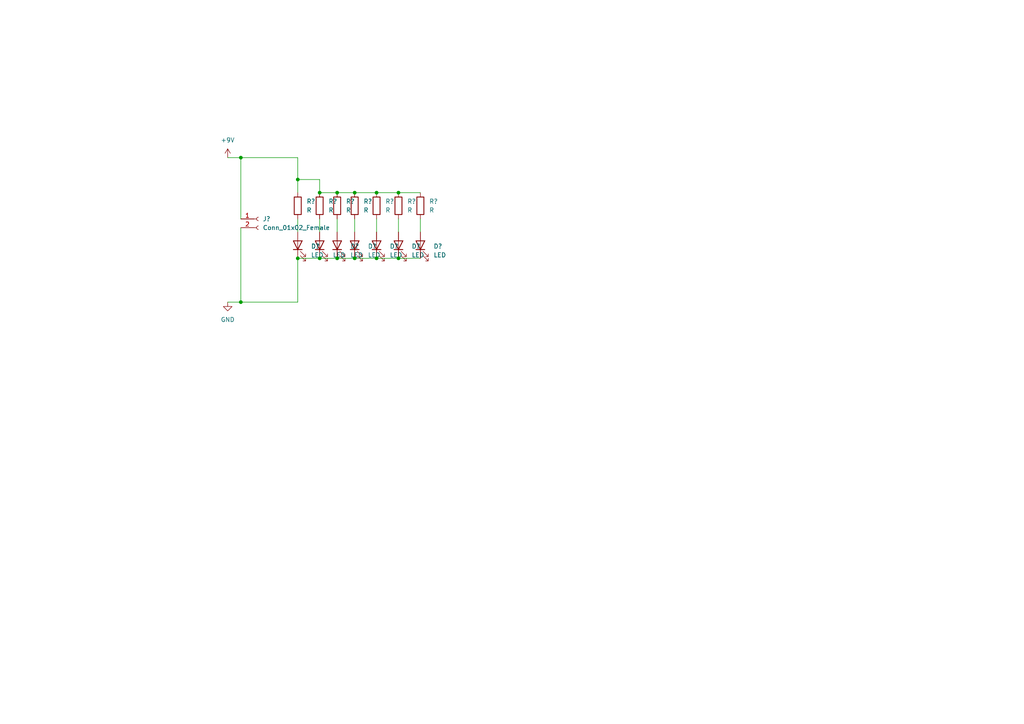
<source format=kicad_sch>
(kicad_sch (version 20211123) (generator eeschema)
  (paper "A4")
  (lib_symbols
    (symbol "Connector:Conn_01x02_Female" (pin_names (offset 1.016) hide)
      (property "Reference" "J" (at 0 2.54 0))
      (property "Value" "Conn_01x02_Female" (at 0 -5.08 0))
      (symbol "Conn_01x02_Female_1_1"
        (arc (start 0 -2.032) (mid -0.508 -2.54) (end 0 -3.048) (stroke (width 0.1524)))
        (polyline (pts (xy -1.27 -2.54) (xy -0.508 -2.54)) (stroke (width 0.1524)))
        (polyline (pts (xy -1.27 0) (xy -0.508 0)) (stroke (width 0.1524)))
        (arc (start 0 0.508) (mid -0.508 0) (end 0 -0.508) (stroke (width 0.1524)))
        (pin passive line (at -5.08 0 0) (length 3.81) (name "Pin_1") (number "1"))
        (pin passive line (at -5.08 -2.54 0) (length 3.81) (name "Pin_2") (number "2"))
      )
    )
    (symbol "Device:LED" (pin_numbers hide) (pin_names (offset 1.016) hide)
      (property "Reference" "D" (at 0 2.54 0))
      (property "Value" "LED" (at 0 -2.54 0))
      (symbol "LED_0_1"
        (polyline (pts (xy -1.27 -1.27) (xy -1.27 1.27)) (stroke (width 0.254)))
        (polyline (pts (xy -1.27 0) (xy 1.27 0)))
        (polyline (pts (xy 1.27 -1.27) (xy 1.27 1.27) (xy -1.27 0) (xy 1.27 -1.27)) (stroke (width 0.254)))
        (polyline (pts (xy -3.048 -0.762) (xy -4.572 -2.286) (xy -3.81 -2.286) (xy -4.572 -2.286) (xy -4.572 -1.524)))
        (polyline (pts (xy -1.778 -0.762) (xy -3.302 -2.286) (xy -2.54 -2.286) (xy -3.302 -2.286) (xy -3.302 -1.524)))
      )
      (symbol "LED_1_1"
        (pin passive line (at -3.81 0 0) (length 2.54) (name "K") (number "1"))
        (pin passive line (at 3.81 0 180) (length 2.54) (name "A") (number "2"))
      )
    )
    (symbol "Device:R" (pin_numbers hide) (pin_names (offset 0))
      (property "Reference" "R" (at 2.032 0 90))
      (property "Value" "R" (at 0 0 90))
      (symbol "R_0_1"
        (rectangle (start -1.016 -2.54) (end 1.016 2.54) (stroke (width 0.254)))
      )
      (symbol "R_1_1"
        (pin passive line (at 0 3.81 270) (length 1.27) (name "~") (number "1"))
        (pin passive line (at 0 -3.81 90) (length 1.27) (name "~") (number "2"))
      )
    )
    (symbol "power:+9V" (power) (pin_names (offset 0))
      (property "Value" "+9V" (at 0 3.556 0))
      (symbol "+9V_0_1"
        (polyline (pts (xy -0.762 1.27) (xy 0 2.54)))
        (polyline (pts (xy 0 0) (xy 0 2.54)))
        (polyline (pts (xy 0 2.54) (xy 0.762 1.27)))
      )
      (symbol "+9V_1_1"
        (pin power_in line (at 0 0 90) (length 0) hide (name "+9V") (number "1"))
      )
    )
    (symbol "power:GND" (power) (pin_names (offset 0))
      (property "Value" "GND" (at 0 -3.81 0))
      (symbol "GND_0_1"
        (polyline (pts (xy 0 0) (xy 0 -1.27) (xy 1.27 -1.27) (xy 0 -2.54) (xy -1.27 -1.27) (xy 0 -1.27)))
      )
      (symbol "GND_1_1"
        (pin power_in line (at 0 0 270) (length 0) hide (name "GND") (number "1"))
      )
    )
  )
  (junction (at 97.79 74.93))
  (junction (at 115.57 55.88))
  (junction (at 109.22 74.93))
  (junction (at 115.57 74.93))
  (junction (at 92.71 55.88))
  (junction (at 92.71 74.93))
  (junction (at 86.36 52.07))
  (junction (at 102.87 74.93))
  (junction (at 69.85 87.63))
  (junction (at 97.79 55.88))
  (junction (at 102.87 55.88))
  (junction (at 69.85 45.72))
  (junction (at 109.22 55.88))
  (junction (at 86.36 74.93))
  (wire (pts (xy 69.85 66.04) (xy 69.85 87.63)))
  (wire (pts (xy 66.04 45.72) (xy 69.85 45.72)))
  (wire (pts (xy 102.87 63.5) (xy 102.87 67.31)))
  (wire (pts (xy 92.71 63.5) (xy 92.71 67.31)))
  (wire (pts (xy 69.85 87.63) (xy 86.36 87.63)))
  (wire (pts (xy 66.04 87.63) (xy 69.85 87.63)))
  (wire (pts (xy 102.87 55.88) (xy 109.22 55.88)))
  (wire (pts (xy 109.22 55.88) (xy 115.57 55.88)))
  (wire (pts (xy 86.36 74.93) (xy 92.71 74.93)))
  (wire (pts (xy 115.57 63.5) (xy 115.57 67.31)))
  (wire (pts (xy 92.71 74.93) (xy 97.79 74.93)))
  (wire (pts (xy 97.79 63.5) (xy 97.79 67.31)))
  (wire (pts (xy 97.79 55.88) (xy 102.87 55.88)))
  (wire (pts (xy 69.85 45.72) (xy 69.85 63.5)))
  (wire (pts (xy 69.85 45.72) (xy 86.36 45.72)))
  (wire (pts (xy 115.57 74.93) (xy 121.92 74.93)))
  (wire (pts (xy 97.79 74.93) (xy 102.87 74.93)))
  (wire (pts (xy 86.36 87.63) (xy 86.36 74.93)))
  (wire (pts (xy 102.87 74.93) (xy 109.22 74.93)))
  (wire (pts (xy 115.57 55.88) (xy 121.92 55.88)))
  (wire (pts (xy 109.22 63.5) (xy 109.22 67.31)))
  (wire (pts (xy 86.36 63.5) (xy 86.36 67.31)))
  (wire (pts (xy 109.22 74.93) (xy 115.57 74.93)))
  (wire (pts (xy 86.36 45.72) (xy 86.36 52.07)))
  (wire (pts (xy 92.71 52.07) (xy 92.71 55.88)))
  (wire (pts (xy 86.36 52.07) (xy 86.36 55.88)))
  (wire (pts (xy 86.36 52.07) (xy 92.71 52.07)))
  (wire (pts (xy 121.92 63.5) (xy 121.92 67.31)))
  (wire (pts (xy 92.71 55.88) (xy 97.79 55.88)))
  (symbol (lib_id "Device:R") (at 121.92 59.69 0) (unit 1)
    (property "Reference" "R?" (at 124.46 58.4199 0) (effects (justify left)))
    (property "Value" "R" (at 124.46 60.9599 0) (effects (justify left)))
  )
  (symbol (lib_id "Device:LED") (at 121.92 71.12 90) (unit 1)
    (property "Reference" "D?" (at 125.73 71.4374 90) (effects (justify right)))
    (property "Value" "LED" (at 125.73 73.9774 90) (effects (justify right)))
  )
  (symbol (lib_id "Device:LED") (at 109.22 71.12 90) (unit 1)
    (property "Reference" "D?" (at 113.03 71.4374 90) (effects (justify right)))
    (property "Value" "LED" (at 113.03 73.9774 90) (effects (justify right)))
  )
  (symbol (lib_id "Device:LED") (at 92.71 71.12 90) (unit 1)
    (property "Reference" "D?" (at 90.17 71.4374 90) (effects (justify right)))
    (property "Value" "LED" (at 96.52 73.9774 90) (effects (justify right)))
  )
  (symbol (lib_id "power:GND") (at 66.04 87.63 0) (unit 1)
    (property "Reference" "#PWR?" (effects hide))
    (property "Value" "GND" (at 66.04 92.71 0))
  )
  (symbol (lib_id "Device:R") (at 92.71 59.69 0) (unit 1)
    (property "Reference" "R?" (at 95.25 58.4199 0) (effects (justify left)))
    (property "Value" "R" (at 95.25 60.9599 0) (effects (justify left)))
  )
  (symbol (lib_id "Connector:Conn_01x02_Female") (at 74.93 63.5 0) (unit 1)
    (property "Reference" "J?" (at 76.2 63.4999 0) (effects (justify left)))
    (property "Value" "Conn_01x02_Female" (at 76.2 66.0399 0) (effects (justify left)))
  )
  (symbol (lib_id "Device:LED") (at 102.87 71.12 90) (unit 1)
    (property "Reference" "D?" (at 106.68 71.4374 90) (effects (justify right)))
    (property "Value" "LED" (at 106.68 73.9774 90) (effects (justify right)))
  )
  (symbol (lib_id "Device:R") (at 115.57 59.69 0) (unit 1)
    (property "Reference" "R?" (at 118.11 58.4199 0) (effects (justify left)))
    (property "Value" "R" (at 118.11 60.9599 0) (effects (justify left)))
  )
  (symbol (lib_id "Device:R") (at 86.36 59.69 0) (unit 1)
    (property "Reference" "R?" (at 88.9 58.4199 0) (effects (justify left)))
    (property "Value" "R" (at 88.9 60.9599 0) (effects (justify left)))
  )
  (symbol (lib_id "Device:LED") (at 97.79 71.12 90) (unit 1)
    (property "Reference" "D?" (at 101.6 71.4374 90) (effects (justify right)))
    (property "Value" "LED" (at 101.6 73.9774 90) (effects (justify right)))
  )
  (symbol (lib_id "Device:LED") (at 86.36 71.12 90) (unit 1)
    (property "Reference" "D?" (at 90.17 71.4374 90) (effects (justify right)))
    (property "Value" "LED" (at 90.17 73.9774 90) (effects (justify right)))
  )
  (symbol (lib_id "Device:LED") (at 115.57 71.12 90) (unit 1)
    (property "Reference" "D?" (at 119.38 71.4374 90) (effects (justify right)))
    (property "Value" "LED" (at 119.38 73.9774 90) (effects (justify right)))
  )
  (symbol (lib_id "Device:R") (at 102.87 59.69 0) (unit 1)
    (property "Reference" "R?" (at 105.41 58.4199 0) (effects (justify left)))
    (property "Value" "R" (at 105.41 60.9599 0) (effects (justify left)))
  )
  (symbol (lib_id "power:+9V") (at 66.04 45.72 0) (unit 1)
    (property "Reference" "#PWR?" (effects hide))
    (property "Value" "+9V" (at 66.04 40.64 0))
  )
  (symbol (lib_id "Device:R") (at 97.79 59.69 0) (unit 1)
    (property "Reference" "R?" (at 100.33 58.4199 0) (effects (justify left)))
    (property "Value" "R" (at 100.33 60.9599 0) (effects (justify left)))
  )
  (symbol (lib_id "Device:R") (at 109.22 59.69 0) (unit 1)
    (property "Reference" "R?" (at 111.76 58.4199 0) (effects (justify left)))
    (property "Value" "R" (at 111.76 60.9599 0) (effects (justify left)))
  )
)
</source>
